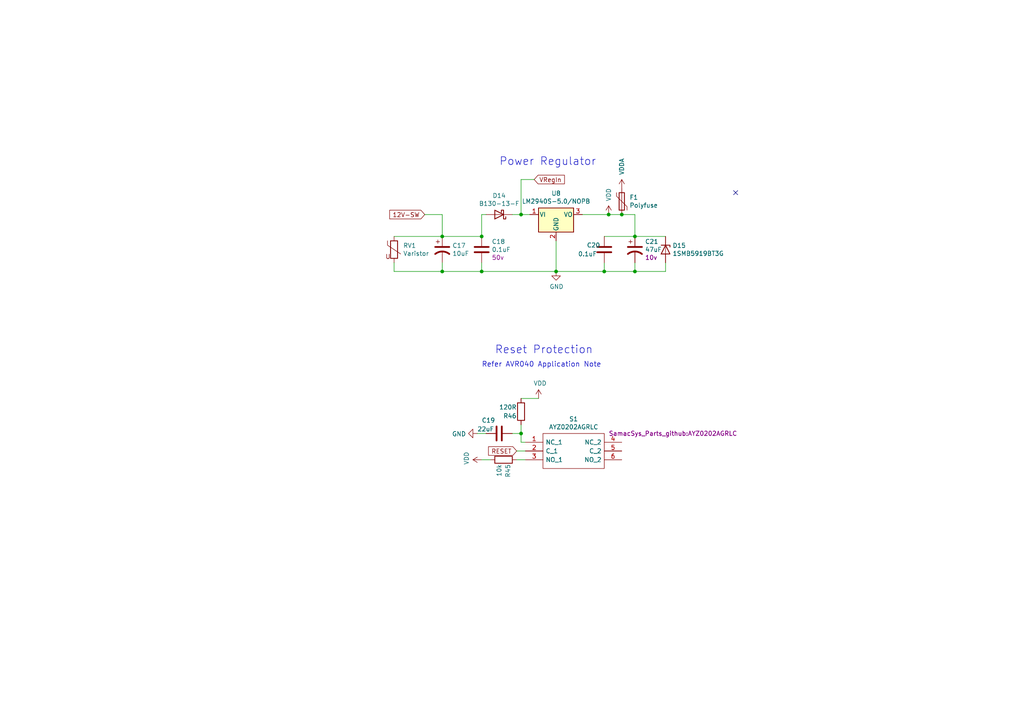
<source format=kicad_sch>
(kicad_sch (version 20210621) (generator eeschema)
  (paper "A4")
  (lib_symbols
    (symbol "Device:C" (pin_numbers hide) (pin_names (offset 0.254))
      (property "Reference" "C" (at 0.635 2.54 0))
      (property "Value" "C" (at 0.635 -2.54 0))
      (symbol "C_0_1"
        (polyline (pts (xy -2.032 -0.762) (xy 2.032 -0.762)) (stroke (width 0.508)))
        (polyline (pts (xy -2.032 0.762) (xy 2.032 0.762)) (stroke (width 0.508)))
      )
      (symbol "C_1_1"
        (pin passive line (at 0 3.81 270) (length 2.794) (name "~") (number "1"))
        (pin passive line (at 0 -3.81 90) (length 2.794) (name "~") (number "2"))
      )
    )
    (symbol "Device:CP1" (pin_numbers hide) (pin_names (offset 0.254) hide)
      (property "Reference" "C" (at 0.635 2.54 0))
      (property "Value" "Device_CP1" (at 0.635 -2.54 0))
      (symbol "CP1_0_1"
        (polyline (pts (xy -2.032 0.762) (xy 2.032 0.762)) (stroke (width 0.508)))
        (polyline (pts (xy -1.778 2.286) (xy -0.762 2.286)))
        (polyline (pts (xy -1.27 1.778) (xy -1.27 2.794)))
        (arc (start 2.032 -1.27) (mid 0 -0.5572) (end -2.032 -1.27) (stroke (width 0.508)))
      )
      (symbol "CP1_1_1"
        (pin passive line (at 0 3.81 270) (length 2.794) (name "~") (number "1"))
        (pin passive line (at 0 -3.81 90) (length 3.302) (name "~") (number "2"))
      )
    )
    (symbol "Device:D_Schottky" (pin_numbers hide) (pin_names (offset 1.016) hide)
      (property "Reference" "D" (at 0 2.54 0))
      (property "Value" "D_Schottky" (at 0 -2.54 0))
      (symbol "D_Schottky_0_1"
        (polyline (pts (xy 1.27 0) (xy -1.27 0)))
        (polyline (pts (xy 1.27 1.27) (xy 1.27 -1.27) (xy -1.27 0) (xy 1.27 1.27)) (stroke (width 0.254)))
        (polyline (pts (xy -1.905 0.635) (xy -1.905 1.27) (xy -1.27 1.27) (xy -1.27 -1.27) (xy -0.635 -1.27) (xy -0.635 -0.635)) (stroke (width 0.254)))
      )
      (symbol "D_Schottky_1_1"
        (pin passive line (at -3.81 0 0) (length 2.54) (name "K") (number "1"))
        (pin passive line (at 3.81 0 180) (length 2.54) (name "A") (number "2"))
      )
    )
    (symbol "Device:D_Zener" (pin_numbers hide) (pin_names (offset 1.016) hide)
      (property "Reference" "D" (at 0 2.54 0))
      (property "Value" "D_Zener" (at 0 -2.54 0))
      (symbol "D_Zener_0_1"
        (polyline (pts (xy 1.27 0) (xy -1.27 0)))
        (polyline (pts (xy -1.27 -1.27) (xy -1.27 1.27) (xy -0.762 1.27)) (stroke (width 0.254)))
        (polyline (pts (xy 1.27 -1.27) (xy 1.27 1.27) (xy -1.27 0) (xy 1.27 -1.27)) (stroke (width 0.254)))
      )
      (symbol "D_Zener_1_1"
        (pin passive line (at -3.81 0 0) (length 2.54) (name "K") (number "1"))
        (pin passive line (at 3.81 0 180) (length 2.54) (name "A") (number "2"))
      )
    )
    (symbol "Device:Polyfuse" (pin_numbers hide) (pin_names (offset 0))
      (property "Reference" "F" (at -2.54 0 90))
      (property "Value" "Polyfuse" (at 2.54 0 90))
      (symbol "Polyfuse_0_1"
        (rectangle (start -0.762 2.54) (end 0.762 -2.54) (stroke (width 0.254)))
        (polyline (pts (xy 0 2.54) (xy 0 -2.54)))
        (polyline (pts (xy -1.524 2.54) (xy -1.524 1.524) (xy 1.524 -1.524) (xy 1.524 -2.54)))
      )
      (symbol "Polyfuse_1_1"
        (pin passive line (at 0 3.81 270) (length 1.27) (name "~") (number "1"))
        (pin passive line (at 0 -3.81 90) (length 1.27) (name "~") (number "2"))
      )
    )
    (symbol "Device:R" (pin_numbers hide) (pin_names (offset 0))
      (property "Reference" "R" (at 2.032 0 90))
      (property "Value" "R" (at 0 0 90))
      (symbol "R_0_1"
        (rectangle (start -1.016 -2.54) (end 1.016 2.54) (stroke (width 0.254)))
      )
      (symbol "R_1_1"
        (pin passive line (at 0 3.81 270) (length 1.27) (name "~") (number "1"))
        (pin passive line (at 0 -3.81 90) (length 1.27) (name "~") (number "2"))
      )
    )
    (symbol "Device:Varistor" (pin_numbers hide) (pin_names (offset 0))
      (property "Reference" "RV" (at 3.175 0 90))
      (property "Value" "Varistor" (at -3.175 0 90))
      (symbol "Varistor_0_0"
        (text "U" (at -1.778 -2.032 0) (effects (font (size 1.27 1.27))))
      )
      (symbol "Varistor_0_1"
        (rectangle (start -1.016 -2.54) (end 1.016 2.54) (stroke (width 0.254)))
        (polyline (pts (xy -1.905 2.54) (xy -1.905 1.27) (xy 1.905 -1.27)))
      )
      (symbol "Varistor_1_1"
        (pin passive line (at 0 3.81 270) (length 1.27) (name "~") (number "1"))
        (pin passive line (at 0 -3.81 90) (length 1.27) (name "~") (number "2"))
      )
    )
    (symbol "Misc:AYZ0202AGRLC" (pin_names (offset 0.762))
      (property "Reference" "S" (at 24.13 7.62 0))
      (property "Value" "Misc_AYZ0202AGRLC" (at 24.13 5.08 0))
      (symbol "AYZ0202AGRLC_0_0"
        (pin bidirectional line (at 0 0 0) (length 5.08) (name "NC_1") (number "1"))
        (pin bidirectional line (at 0 -2.54 0) (length 5.08) (name "C_1") (number "2"))
        (pin bidirectional line (at 0 -5.08 0) (length 5.08) (name "NO_1") (number "3"))
        (pin bidirectional line (at 27.94 0 180) (length 5.08) (name "NC_2") (number "4"))
        (pin bidirectional line (at 27.94 -2.54 180) (length 5.08) (name "C_2") (number "5"))
        (pin bidirectional line (at 27.94 -5.08 180) (length 5.08) (name "NO_2") (number "6"))
      )
      (symbol "AYZ0202AGRLC_0_1"
        (polyline (pts (xy 5.08 2.54) (xy 22.86 2.54) (xy 22.86 -7.62) (xy 5.08 -7.62) (xy 5.08 2.54)) (stroke (width 0.1524)))
      )
    )
    (symbol "Regulator_Linear:LM2937xS" (pin_names (offset 0.254))
      (property "Reference" "U" (at -3.81 3.175 0))
      (property "Value" "LM2937xS" (at 0 3.175 0))
      (symbol "LM2937xS_0_1"
        (rectangle (start -5.08 -5.08) (end 5.08 1.905) (stroke (width 0.254)) (fill (type background)))
      )
      (symbol "LM2937xS_1_1"
        (pin power_in line (at -7.62 0 0) (length 2.54) (name "VI") (number "1"))
        (pin power_in line (at 0 -7.62 90) (length 2.54) (name "GND") (number "2"))
        (pin power_out line (at 7.62 0 180) (length 2.54) (name "VO") (number "3"))
      )
    )
    (symbol "power:GND" (power) (pin_names (offset 0))
      (property "Value" "GND" (at 0 -3.81 0))
      (symbol "GND_0_1"
        (polyline (pts (xy 0 0) (xy 0 -1.27) (xy 1.27 -1.27) (xy 0 -2.54) (xy -1.27 -1.27) (xy 0 -1.27)))
      )
      (symbol "GND_1_1"
        (pin power_in line (at 0 0 270) (length 0) hide (name "GND") (number "1"))
      )
    )
    (symbol "power:VDD" (power) (pin_names (offset 0))
      (property "Value" "VDD" (at 0 3.81 0))
      (symbol "VDD_0_1"
        (polyline (pts (xy -0.762 1.27) (xy 0 2.54)))
        (polyline (pts (xy 0 0) (xy 0 2.54)))
        (polyline (pts (xy 0 2.54) (xy 0.762 1.27)))
      )
      (symbol "VDD_1_1"
        (pin power_in line (at 0 0 90) (length 0) hide (name "VDD") (number "1"))
      )
    )
    (symbol "power:VDDA" (power) (pin_names (offset 0))
      (property "Value" "VDDA" (at 0 3.81 0))
      (symbol "VDDA_0_1"
        (polyline (pts (xy -0.762 1.27) (xy 0 2.54)))
        (polyline (pts (xy 0 0) (xy 0 2.54)))
        (polyline (pts (xy 0 2.54) (xy 0.762 1.27)))
      )
      (symbol "VDDA_1_1"
        (pin power_in line (at 0 0 90) (length 0) hide (name "VDDA") (number "1"))
      )
    )
  )
  (junction (at 139.7 68.58))
  (junction (at 180.34 62.23))
  (junction (at 161.29 78.74))
  (junction (at 139.7 78.74))
  (junction (at 175.26 78.74))
  (junction (at 151.13 62.23))
  (junction (at 128.27 78.74))
  (junction (at 128.27 68.58))
  (junction (at 184.15 68.58))
  (junction (at 184.15 78.74))
  (junction (at 176.53 62.23))
  (junction (at 151.13 125.73))
  (no_connect (at 213.36 55.88))
  (wire (pts (xy 138.43 125.73) (xy 140.97 125.73)))
  (wire (pts (xy 151.13 62.23) (xy 148.59 62.23)))
  (wire (pts (xy 151.13 128.27) (xy 152.4 128.27)))
  (wire (pts (xy 148.59 125.73) (xy 151.13 125.73)))
  (wire (pts (xy 184.15 76.2) (xy 184.15 78.74)))
  (wire (pts (xy 193.04 78.74) (xy 184.15 78.74)))
  (wire (pts (xy 175.26 78.74) (xy 161.29 78.74)))
  (wire (pts (xy 154.94 52.07) (xy 151.13 52.07)))
  (wire (pts (xy 128.27 76.2) (xy 128.27 78.74)))
  (wire (pts (xy 161.29 69.85) (xy 161.29 78.74)))
  (wire (pts (xy 151.13 128.27) (xy 151.13 125.73)))
  (wire (pts (xy 139.7 78.74) (xy 161.29 78.74)))
  (wire (pts (xy 139.7 76.2) (xy 139.7 78.74)))
  (wire (pts (xy 149.86 130.81) (xy 152.4 130.81)))
  (wire (pts (xy 193.04 68.58) (xy 184.15 68.58)))
  (wire (pts (xy 193.04 76.2) (xy 193.04 78.74)))
  (wire (pts (xy 168.91 62.23) (xy 176.53 62.23)))
  (wire (pts (xy 175.26 76.2) (xy 175.26 78.74)))
  (wire (pts (xy 114.3 68.58) (xy 128.27 68.58)))
  (wire (pts (xy 128.27 78.74) (xy 139.7 78.74)))
  (wire (pts (xy 176.53 62.23) (xy 180.34 62.23)))
  (wire (pts (xy 123.19 62.23) (xy 128.27 62.23)))
  (wire (pts (xy 151.13 125.73) (xy 151.13 123.19)))
  (wire (pts (xy 151.13 52.07) (xy 151.13 62.23)))
  (wire (pts (xy 180.34 62.23) (xy 184.15 62.23)))
  (wire (pts (xy 153.67 62.23) (xy 151.13 62.23)))
  (wire (pts (xy 184.15 62.23) (xy 184.15 68.58)))
  (wire (pts (xy 151.13 115.57) (xy 156.21 115.57)))
  (wire (pts (xy 139.7 62.23) (xy 140.97 62.23)))
  (wire (pts (xy 175.26 68.58) (xy 184.15 68.58)))
  (wire (pts (xy 149.86 133.35) (xy 152.4 133.35)))
  (wire (pts (xy 139.7 68.58) (xy 139.7 62.23)))
  (wire (pts (xy 184.15 78.74) (xy 175.26 78.74)))
  (wire (pts (xy 114.3 76.2) (xy 114.3 78.74)))
  (wire (pts (xy 128.27 62.23) (xy 128.27 68.58)))
  (wire (pts (xy 128.27 68.58) (xy 139.7 68.58)))
  (wire (pts (xy 139.7 133.35) (xy 142.24 133.35)))
  (wire (pts (xy 114.3 78.74) (xy 128.27 78.74)))
  (text "Refer AVR040 Application Note" (at 139.7 106.68 0) (effects (font (size 1.4732 1.4732)) (justify left bottom)))
  (text "Reset Protection" (at 143.51 102.87 0) (effects (font (size 2.2606 2.2606)) (justify left bottom)))
  (text "Power Regulator" (at 144.78 48.26 0) (effects (font (size 2.2606 2.2606)) (justify left bottom)))
  (global_label "VRegIn" (shape input) (at 154.94 52.07 0) (property "Intersheet References" "${INTERSHEET_REFS}" (effects hide)))
  (global_label "12V-SW" (shape input) (at 123.19 62.23 180) (property "Intersheet References" "${INTERSHEET_REFS}" (effects hide)))
  (global_label "RESET" (shape input) (at 149.86 130.81 180) (property "Intersheet References" "${INTERSHEET_REFS}" (effects hide)))
  (symbol (lib_id "Device:Varistor") (at 114.3 72.39 0) (unit 1)
    (property "Reference" "RV1" (at 116.9162 71.2216 0) (effects (justify left)))
    (property "Value" "Varistor" (at 116.9162 73.533 0) (effects (justify left)))
    (property "Footprint" "Varistor:RV_Disc_D15.5mm_W4.7mm_P7.5mm" (effects hide))
    (property "Digikey Part Number" "MOV-14D220K-ND" (effects hide))
    (property "Manufacturer_Name" "Bournes Inc" (effects hide))
    (property "Manufacturer_Part_Number" "MOV-14D220K" (effects hide))
    (property "URL" "https://www.digikey.com.au/product-detail/en/bourns-inc/MOV-14D220K/MOV-14D220K-ND/2799109" (effects hide))
  )
  (symbol (lib_id "Device:C") (at 139.7 72.39 0) (unit 1)
    (property "Reference" "C18" (at 142.621 70.0786 0) (effects (justify left)))
    (property "Value" "0.1uF" (at 142.621 72.39 0) (effects (justify left)))
    (property "Footprint" "Capacitor_SMD:C_0805_2012Metric" (effects hide))
    (property "Voltage" "50v" (at 142.621 74.7014 0) (effects (justify left)))
    (property "Digikey Part Number" "311-1140-1-ND" (effects hide))
    (property "Manufacturer_Name" "Yageo" (effects hide))
    (property "Manufacturer_Part_Number" "CC0805KRX7R9BB104" (effects hide))
    (property "URL" "https://www.digikey.com.au/product-detail/en/yageo/CC0805KRX7R9BB104/311-1140-1-ND/303050" (effects hide))
  )
  (symbol (lib_id "Device:CP1") (at 128.27 72.39 0) (unit 1)
    (property "Reference" "C17" (at 131.191 71.2216 0) (effects (justify left)))
    (property "Value" "10uF" (at 131.191 73.533 0) (effects (justify left)))
    (property "Footprint" "Capacitor_Tantalum_SMD:CP_EIA-7343-31_Kemet-D" (effects hide))
    (property "Voltage" "35v" (effects hide))
    (property "Digikey Part Number" "399-8361-1-ND" (effects hide))
    (property "Manufacturer_Name" "Kemet" (effects hide))
    (property "Manufacturer_Part_Number" "T491D106K050AT" (effects hide))
    (property "URL" "https://www.digikey.com/product-detail/en/kemet/T491D106K050AT/399-8361-1-ND/3472084" (effects hide))
  )
  (symbol (lib_id "Device:D_Schottky") (at 144.78 62.23 180) (unit 1)
    (property "Reference" "D14" (at 144.78 56.7436 0))
    (property "Value" "B130-13-F" (at 144.78 59.055 0))
    (property "Footprint" "Diode_SMD:D_SMA" (effects hide))
    (property "Datasheet" "https://www.mouser.com/datasheet/2/115/ds13002-60388.pdf" (effects hide))
    (property "Digikey Part Number" "B130-FDICT-ND" (effects hide))
    (property "Manufacturer_Name" "Diodes Inc" (effects hide))
    (property "Manufacturer_Part_Number" "B130-13-F" (effects hide))
    (property "URL" "https://www.digikey.com.au/product-detail/en/diodes-incorporated/B130-13-F/B130-FDICT-ND/815318" (effects hide))
  )
  (symbol (lib_id "power:VDD") (at 176.53 62.23 0) (unit 1)
    (property "Reference" "#PWR047" (effects hide))
    (property "Value" "VDD" (at 176.53 58.42 90) (effects (justify left)))
  )
  (symbol (lib_id "Device:C") (at 175.26 72.39 0) (unit 1)
    (property "Reference" "C20" (at 170.18 71.12 0) (effects (justify left)))
    (property "Value" "0.1uF" (at 167.64 73.66 0) (effects (justify left)))
    (property "Footprint" "Capacitor_SMD:C_0805_2012Metric" (effects hide))
    (property "Digikey Part Number" "311-1140-1-ND" (effects hide))
    (property "Manufacturer_Name" "Yageo" (effects hide))
    (property "Manufacturer_Part_Number" "CC0805KRX7R9BB104" (effects hide))
    (property "URL" "https://www.digikey.com.au/product-detail/en/yageo/CC0805KRX7R9BB104/311-1140-1-ND/303050" (effects hide))
  )
  (symbol (lib_id "Device:CP1") (at 184.15 72.39 0) (unit 1)
    (property "Reference" "C21" (at 187.071 70.0786 0) (effects (justify left)))
    (property "Value" "47uF" (at 187.071 72.39 0) (effects (justify left)))
    (property "Footprint" "Capacitor_Tantalum_SMD:CP_EIA-3528-21_Kemet-B" (effects hide))
    (property "Voltage" "10v" (at 187.071 74.7014 0) (effects (justify left)))
    (property "Digikey Part Number" "478-1692-1-ND" (effects hide))
    (property "Manufacturer_Name" "AVX" (effects hide))
    (property "Manufacturer_Part_Number" "TAJB476K006RNJ" (effects hide))
    (property "URL" "https://www.digikey.com/product-detail/en/avx-corporation/TAJB476K006RNJ/478-1692-1-ND/564724" (effects hide))
  )
  (symbol (lib_id "Device:D_Zener") (at 193.04 72.39 270) (unit 1)
    (property "Reference" "D15" (at 195.0466 71.2216 90) (effects (justify left)))
    (property "Value" "1SMB5919BT3G" (at 195.0466 73.533 90) (effects (justify left)))
    (property "Footprint" "Diode_SMD:D_SMB" (effects hide))
    (property "Digikey Part Number" "1SMB5919BT3GOSCT-ND " (effects hide))
    (property "Manufacturer_Name" "On Semi" (effects hide))
    (property "Manufacturer_Part_Number" "1SMB5919BT3G" (effects hide))
    (property "URL" "https://www.digikey.com.au/product-detail/en/on-semiconductor/1SMB5919BT3G/1SMB5919BT3GOSCT-ND/917722" (effects hide))
  )
  (symbol (lib_id "power:GND") (at 161.29 78.74 0) (unit 1)
    (property "Reference" "#PWR046" (effects hide))
    (property "Value" "GND" (at 161.417 83.1342 0))
  )
  (symbol (lib_id "Misc:AYZ0202AGRLC") (at 152.4 128.27 0) (unit 1)
    (property "Reference" "S1" (at 166.37 121.539 0))
    (property "Value" "AYZ0202AGRLC" (at 166.37 123.8504 0))
    (property "Footprint" "SamacSys_Parts_github:AYZ0202AGRLC" (at 176.53 125.73 0) (effects (justify left)))
    (property "Description" "AYZ0202AGRLC (Slide Switches)" (effects hide))
    (property "RS Part Number" "7931504P" (effects hide))
    (property "RS Price/Stock" "http://uk.rs-online.com/web/p/products/7931504P" (effects hide))
    (property "Manufacturer_Name" "C & K COMPONENTS" (effects hide))
    (property "Manufacturer_Part_Number" "AYZ0202AGRLC" (effects hide))
    (property "Allied_Number" "70417470" (effects hide))
    (property "Digikey Part Number" "401-2013-1-ND" (effects hide))
    (property "URL" "https://www.digikey.com.au/product-detail/en/c-k/AYZ0202AGRLC/401-2013-1-ND/1640122" (effects hide))
  )
  (symbol (lib_id "Device:R") (at 146.05 133.35 270) (unit 1)
    (property "Reference" "R45" (at 147.32 134.62 0) (effects (justify left)))
    (property "Value" "10k" (at 144.78 134.62 0) (effects (justify left)))
    (property "Footprint" "Resistor_SMD:R_0805_2012Metric" (effects hide))
    (property "Digikey Part Number" "311-10KARCT-ND" (effects hide))
    (property "Manufacturer_Name" "Yageo" (effects hide))
    (property "Manufacturer_Part_Number" "RC0805JR-0710KL" (effects hide))
    (property "URL" "https://www.digikey.com/product-detail/en/yageo/RC0805JR-0710KL/311-10KARCT-ND/731188" (effects hide))
  )
  (symbol (lib_id "power:VDD") (at 139.7 133.35 90) (unit 1)
    (property "Reference" "#PWR044" (effects hide))
    (property "Value" "VDD" (at 135.3058 132.9182 0))
  )
  (symbol (lib_id "Device:C") (at 144.78 125.73 270) (unit 1)
    (property "Reference" "C19" (at 139.7 121.92 90) (effects (justify left)))
    (property "Value" "22uF" (at 138.43 124.46 90) (effects (justify left)))
    (property "Footprint" "Capacitor_SMD:C_0805_2012Metric" (effects hide))
    (property "Digikey Part Number" "1276-6687-1-ND" (effects hide))
    (property "Manufacturer_Name" "Samsung" (effects hide))
    (property "Manufacturer_Part_Number" "CL21A226KQCLRNC" (effects hide))
    (property "URL" "https://www.digikey.com.au/product-detail/en/samsung-electro-mechanics/CL21A226KQCLRNC/1276-6687-1-ND/5961546" (effects hide))
  )
  (symbol (lib_id "Device:R") (at 151.13 119.38 180) (unit 1)
    (property "Reference" "R46" (at 149.86 120.65 0) (effects (justify left)))
    (property "Value" "120R" (at 149.86 118.11 0) (effects (justify left)))
    (property "Footprint" "Resistor_SMD:R_0805_2012Metric" (effects hide))
    (property "Digikey Part Number" "311-120CRCT-ND" (effects hide))
    (property "Manufacturer_Name" "Yageo" (effects hide))
    (property "Manufacturer_Part_Number" "RC0805FR-07120RL" (effects hide))
    (property "URL" "https://www.digikey.com/product-detail/en/yageo/RC0805FR-07120RL/311-120CRCT-ND/730522" (effects hide))
  )
  (symbol (lib_id "power:VDD") (at 156.21 115.57 0) (unit 1)
    (property "Reference" "#PWR045" (effects hide))
    (property "Value" "VDD" (at 156.6418 111.1758 0))
  )
  (symbol (lib_id "power:GND") (at 138.43 125.73 270) (unit 1)
    (property "Reference" "#PWR043" (effects hide))
    (property "Value" "GND" (at 135.1788 125.857 90) (effects (justify right)))
  )
  (symbol (lib_id "Regulator_Linear:LM2937xS") (at 161.29 62.23 0) (unit 1)
    (property "Reference" "U8" (at 161.29 56.0832 0))
    (property "Value" "LM2940S-5.0/NOPB" (at 161.29 58.3946 0))
    (property "Footprint" "Package_TO_SOT_SMD:TO-263-3_TabPin2" (effects hide))
    (property "Datasheet" "http://www.ti.com/lit/ds/symlink/lm2940-n.pdf" (effects hide))
    (property "TR PN" "LM2940SX-5.0/NOPB" (effects hide))
    (property "Tube PN" "LM2940S-5.0/NOPB" (effects hide))
    (property "Digikey Part Number" "LM2940S-5.0/NOPB-ND" (effects hide))
    (property "Manufacturer_Name" "TI" (effects hide))
    (property "Manufacturer_Part_Number" "LM2940S-5.0/NOPB" (effects hide))
    (property "URL" "https://www.digikey.com.au/products/en?keywords=LM2940S-5.0%2FNOPB" (effects hide))
  )
  (symbol (lib_id "power:VDDA") (at 180.34 54.61 0) (unit 1)
    (property "Reference" "#PWR0108" (effects hide))
    (property "Value" "VDDA" (at 180.34 50.8 90) (effects (justify left)))
  )
  (symbol (lib_id "Device:Polyfuse") (at 180.34 58.42 0) (unit 1)
    (property "Reference" "F1" (at 182.5752 57.2516 0) (effects (justify left)))
    (property "Value" "Polyfuse" (at 182.5752 59.563 0) (effects (justify left)))
    (property "Footprint" "Fuse:Fuse_1812_4532Metric" (effects hide))
    (property "Digikey Part Number" "507-1361-1-ND" (effects hide))
    (property "Manufacturer_Name" "Bel Fuse" (effects hide))
    (property "Manufacturer_Part_Number" "0ZCC0050FF2C" (effects hide))
    (property "URL" "https://www.digikey.com.au/product-detail/en/bel-fuse-inc/0ZCC0050FF2C/507-1361-1-ND/1560228" (effects hide))
  )
)
</source>
